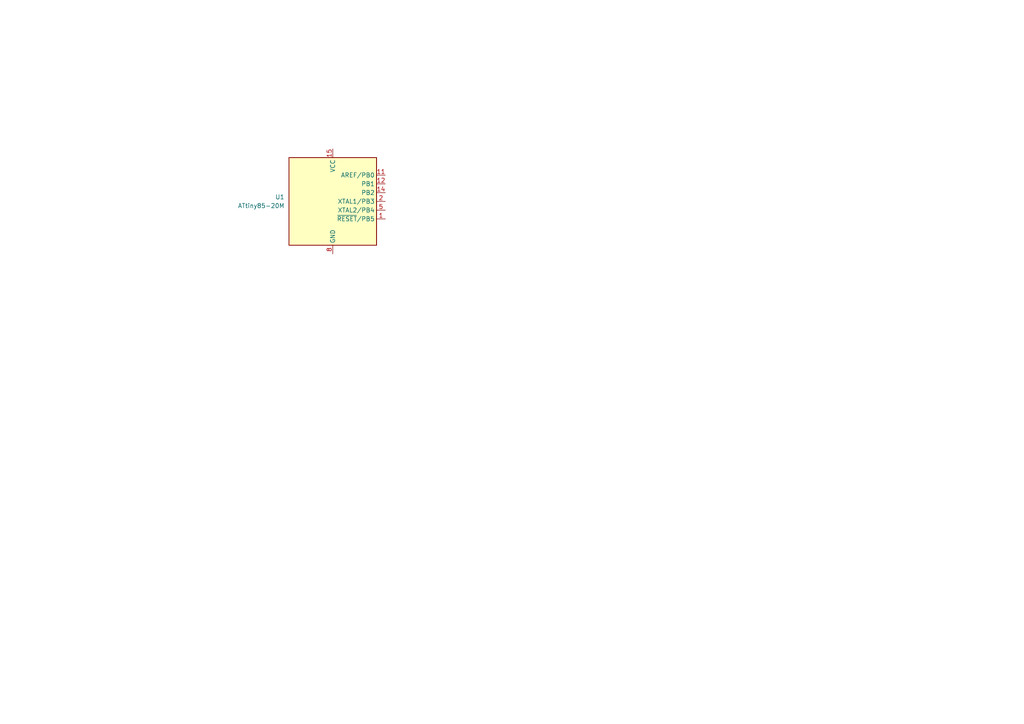
<source format=kicad_sch>
(kicad_sch (version 20230121) (generator eeschema)
  (paper "A4")
  (lib_symbols
    (symbol "MCU_Microchip_ATtiny:ATtiny85-20M"
      (property "Reference" "U" (at -12.7 13.97 0))
      (property "Value" "ATtiny85-20M" (at 2.54 -13.97 0))
      (symbol "ATtiny85-20M_0_1"
        (rectangle (start -12.7 -12.7) (end 12.7 12.7) (stroke (width 0.254)) (fill (type background)))
      )
      (symbol "ATtiny85-20M_1_1"
        (pin bidirectional line (at 15.24 -5.08 180) (length 2.54) (name "~{RESET}/PB5") (number "1"))
        (pin no_connect line (at -12.7 -2.54 0) (length 2.54) hide (name "NC") (number "10"))
        (pin bidirectional line (at 15.24 7.62 180) (length 2.54) (name "AREF/PB0") (number "11"))
        (pin bidirectional line (at 15.24 5.08 180) (length 2.54) (name "PB1") (number "12"))
        (pin no_connect line (at -12.7 -5.08 0) (length 2.54) hide (name "NC") (number "13"))
        (pin bidirectional line (at 15.24 2.54 180) (length 2.54) (name "PB2") (number "14"))
        (pin power_in line (at 0 15.24 270) (length 2.54) (name "VCC") (number "15"))
        (pin no_connect line (at -12.7 -7.62 0) (length 2.54) hide (name "NC") (number "16"))
        (pin no_connect line (at -12.7 -10.16 0) (length 2.54) hide (name "NC") (number "17"))
        (pin no_connect line (at -7.62 -12.7 90) (length 2.54) hide (name "NC") (number "18"))
        (pin no_connect line (at -5.08 -12.7 90) (length 2.54) hide (name "NC") (number "19"))
        (pin bidirectional line (at 15.24 0 180) (length 2.54) (name "XTAL1/PB3") (number "2"))
        (pin no_connect line (at -2.54 -12.7 90) (length 2.54) hide (name "NC") (number "20"))
        (pin passive line (at 0 -15.24 90) (length 2.54) hide (name "GND") (number "21"))
        (pin no_connect line (at -12.7 10.16 0) (length 2.54) hide (name "NC") (number "3"))
        (pin no_connect line (at -12.7 7.62 0) (length 2.54) hide (name "NC") (number "4"))
        (pin bidirectional line (at 15.24 -2.54 180) (length 2.54) (name "XTAL2/PB4") (number "5"))
        (pin no_connect line (at -12.7 5.08 0) (length 2.54) hide (name "NC") (number "6"))
        (pin no_connect line (at -12.7 2.54 0) (length 2.54) hide (name "NC") (number "7"))
        (pin power_in line (at 0 -15.24 90) (length 2.54) (name "GND") (number "8"))
        (pin no_connect line (at -12.7 0 0) (length 2.54) hide (name "NC") (number "9"))
      )
    )
  )
  (symbol (lib_id "MCU_Microchip_ATtiny:ATtiny85-20M") (at 96.52 58.42 0) (unit 1)
    (property "Reference" "U1" (at 82.55 57.15 0) (effects (justify right)))
    (property "Value" "ATtiny85-20M" (at 82.55 59.69 0) (effects (justify right)))
    (property "Footprint" "Package_DFN_QFN:QFN-20-1EP_4x4mm_P0.5mm_EP2.6x2.6mm" (effects hide))
    (property "Datasheet" "http://ww1.microchip.com/downloads/en/DeviceDoc/atmel-2586-avr-8-bit-microcontroller-attiny25-attiny45-attiny85_datasheet.pdf" (effects hide))
  )
)
</source>
